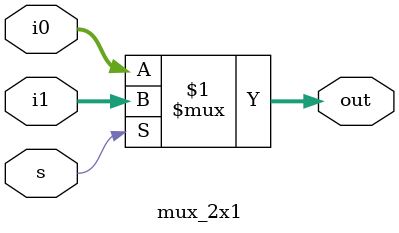
<source format=v>
module mux_2x1 (
    input wire [ 7 : 0 ] i0,    // Input 0
    input wire [ 7 : 0 ] i1,    // Input 1
    input wire s,     // Select signal
    output wire [ 7 : 0 ] out    // Output
);

    // If s = 0, out = i0
    // If s = 1, out = i1 

    assign out = s ? i1 : i0;

endmodule

</source>
